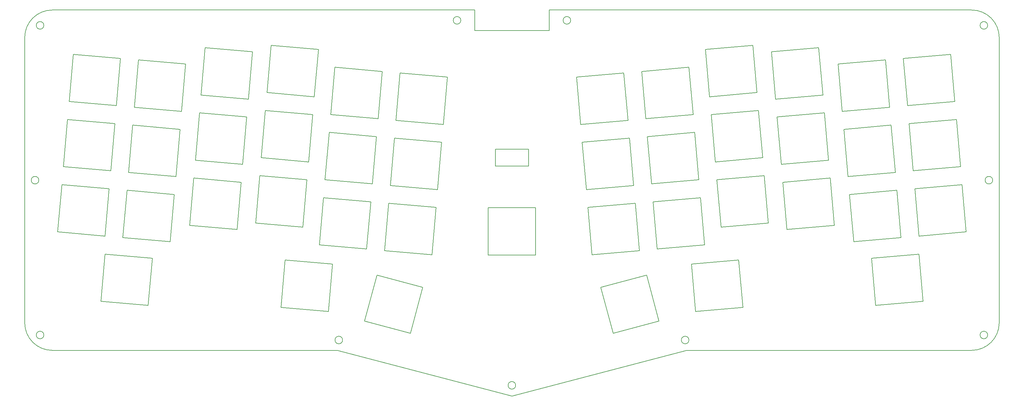
<source format=gbr>
G04 #@! TF.GenerationSoftware,KiCad,Pcbnew,(5.1.0)-1*
G04 #@! TF.CreationDate,2019-06-28T01:07:09+08:00*
G04 #@! TF.ProjectId,Kamaitachi_TopPlate,4b616d61-6974-4616-9368-695f546f7050,rev?*
G04 #@! TF.SameCoordinates,Original*
G04 #@! TF.FileFunction,Profile,NP*
%FSLAX46Y46*%
G04 Gerber Fmt 4.6, Leading zero omitted, Abs format (unit mm)*
G04 Created by KiCad (PCBNEW (5.1.0)-1) date 2019-06-28 01:07:09*
%MOMM*%
%LPD*%
G04 APERTURE LIST*
%ADD10C,0.200000*%
G04 APERTURE END LIST*
D10*
X104019646Y-129110639D02*
X21001095Y-129110639D01*
X159645295Y-75484639D02*
X159645295Y-70572639D01*
X58659295Y-59546639D02*
X44893895Y-58342639D01*
X24256095Y-75659639D02*
X25460395Y-61894639D01*
X13001095Y-38044337D02*
G75*
G02X21001095Y-30044339I7999999J-1D01*
G01*
X293249828Y-34508805D02*
G75*
G03X293249828Y-34508805I-1100000J0D01*
G01*
X171895795Y-33044339D02*
G75*
G03X171895795Y-33044339I-1100000J0D01*
G01*
X296614295Y-38044339D02*
X296614295Y-121110639D01*
X288614295Y-129110639D02*
X205596166Y-129110639D01*
X40885695Y-44121639D02*
X39681395Y-57886639D01*
X154781505Y-142404782D02*
X104019646Y-129110639D01*
X13001094Y-121110639D02*
X13001094Y-38044339D01*
X38021095Y-76863639D02*
X24256095Y-75659639D01*
X39225395Y-63098639D02*
X38021095Y-76863639D01*
X165614295Y-30044339D02*
X165614295Y-36044339D01*
X144001095Y-30044339D02*
X144001095Y-36044339D01*
X149970295Y-75484639D02*
X159645295Y-75484639D01*
X159645295Y-70572639D02*
X149970295Y-70572639D01*
X27120695Y-42917639D02*
X40885695Y-44121639D01*
X44893895Y-58342639D02*
X46098195Y-44577639D01*
X139919696Y-33044339D02*
G75*
G03X139919696Y-33044339I-1100000J0D01*
G01*
X21001095Y-30044339D02*
X144001095Y-30044339D01*
X149970295Y-70572639D02*
X149970295Y-75484639D01*
X39681395Y-57886639D02*
X25916395Y-56682639D01*
X18565561Y-34508805D02*
G75*
G03X18565561Y-34508805I-1100000J0D01*
G01*
X46098195Y-44577639D02*
X59863295Y-45781639D01*
X144001095Y-36044339D02*
X165614295Y-36044339D01*
X25916395Y-56682639D02*
X27120695Y-42917639D01*
X296614296Y-121110638D02*
G75*
G02X288614295Y-129110639I-8000001J0D01*
G01*
X165614295Y-30044339D02*
X288614295Y-30044339D01*
X21001095Y-129110639D02*
G75*
G02X13001095Y-121110639I0J8000000D01*
G01*
X59863295Y-45781639D02*
X58659295Y-59546639D01*
X288614295Y-30044339D02*
G75*
G02X296614295Y-38044339I0J-8000000D01*
G01*
X205596166Y-129110639D02*
X154781505Y-142404782D01*
X74772295Y-93943639D02*
X61007295Y-92738639D01*
X80192295Y-92027639D02*
X81396294Y-78262639D01*
X25460395Y-61894639D02*
X39225395Y-63098639D01*
X50138295Y-102299639D02*
X48934295Y-116064639D01*
X35169095Y-114859639D02*
X36373395Y-101094639D01*
X58203295Y-64759639D02*
X56998295Y-78524639D01*
X44437995Y-63554639D02*
X58203295Y-64759639D01*
X43233695Y-77319639D02*
X44437995Y-63554639D01*
X61007295Y-92738639D02*
X62211295Y-78973639D01*
X41573295Y-96297639D02*
X42777595Y-82532639D01*
X56998295Y-78524639D02*
X43233695Y-77319639D01*
X22595795Y-94637639D02*
X23800095Y-80872639D01*
X23800095Y-80872639D02*
X37565095Y-82076639D01*
X36360795Y-95841638D02*
X22595795Y-94637639D01*
X37565095Y-82076639D02*
X36360795Y-95841638D01*
X55338295Y-97501639D02*
X41573295Y-96297639D01*
X48934295Y-116064639D02*
X35169095Y-114859639D01*
X62211295Y-78973639D02*
X75976295Y-80178639D01*
X93957295Y-93231639D02*
X80192295Y-92027639D01*
X56542295Y-83736639D02*
X55338295Y-97501639D01*
X42777595Y-82532639D02*
X56542295Y-83736639D01*
X36373395Y-101094639D02*
X50138295Y-102299639D01*
X75976295Y-80178639D02*
X74772295Y-93943639D01*
X83057294Y-59284639D02*
X96822295Y-60488639D01*
X98482295Y-41511639D02*
X97278295Y-55276639D01*
X102575295Y-104018638D02*
X101371295Y-117783639D01*
X84717295Y-40307639D02*
X98482295Y-41511639D01*
X65532295Y-41018639D02*
X79297294Y-42223639D01*
X83513295Y-54072639D02*
X84717295Y-40307639D01*
X101371295Y-117783639D02*
X87605295Y-116579639D01*
X95161295Y-79466638D02*
X93957295Y-93231639D01*
X81852295Y-73049639D02*
X83057294Y-59284639D01*
X64328295Y-54783639D02*
X65532295Y-41018639D01*
X79297294Y-42223639D02*
X78093295Y-55988639D01*
X97278295Y-55276639D02*
X83513295Y-54072639D01*
X87605295Y-116579639D02*
X88810295Y-102814639D01*
X62667295Y-73761639D02*
X63872295Y-59996639D01*
X81396294Y-78262639D02*
X95161295Y-79466638D01*
X76432294Y-74965638D02*
X62667295Y-73761639D01*
X88810295Y-102814639D02*
X102575295Y-104018638D01*
X77637295Y-61200639D02*
X76432294Y-74965638D01*
X63872295Y-59996639D02*
X77637295Y-61200639D01*
X115507295Y-107224639D02*
X128853295Y-110800639D01*
X95617294Y-74253639D02*
X81852295Y-73049639D01*
X78093295Y-55988639D02*
X64328295Y-54783639D01*
X96822295Y-60488639D02*
X95617294Y-74253639D01*
X113724294Y-85871639D02*
X112520295Y-99636639D01*
X102075295Y-60476639D02*
X103279295Y-46711639D01*
X111930295Y-120571639D02*
X115507295Y-107224639D01*
X125277295Y-124147639D02*
X111930295Y-120571639D01*
X114180295Y-80658639D02*
X100415295Y-79454639D01*
X134362295Y-68553639D02*
X133157295Y-82318639D01*
X117044295Y-47915639D02*
X115840295Y-61681639D01*
X101619295Y-65689639D02*
X115384294Y-66893639D01*
X100415295Y-79454639D02*
X101619295Y-65689639D01*
X115384294Y-66893639D02*
X114180295Y-80658639D01*
X115840295Y-61681639D02*
X102075295Y-60476639D01*
X133157295Y-82318639D02*
X119392295Y-81114639D01*
X128853295Y-110800639D02*
X125277295Y-124147639D01*
X117732295Y-100092639D02*
X118936295Y-86327639D01*
X131497295Y-101296639D02*
X117732295Y-100092639D01*
X118936295Y-86327639D02*
X132701295Y-87531638D01*
X132701295Y-87531638D02*
X131497295Y-101296639D01*
X98755295Y-98431639D02*
X99959295Y-84666639D01*
X99959295Y-84666639D02*
X113724294Y-85871639D01*
X103279295Y-46711639D02*
X117044295Y-47915639D01*
X112520295Y-99636639D02*
X98755295Y-98431639D01*
X119392295Y-81114639D02*
X120597295Y-67349639D01*
X120597295Y-67349639D02*
X134362295Y-68553639D01*
X173592295Y-49576639D02*
X187357295Y-48372639D01*
X207539295Y-60476639D02*
X193774295Y-61681639D01*
X195434295Y-80658639D02*
X194230295Y-66893639D01*
X121053295Y-62137639D02*
X122257295Y-48372639D01*
X134818295Y-63341639D02*
X121053295Y-62137639D01*
X174796295Y-63341639D02*
X173592295Y-49576639D01*
X136022295Y-49576639D02*
X134818295Y-63341639D01*
X122257295Y-48372639D02*
X136022295Y-49576639D01*
X147898295Y-101368639D02*
X147898295Y-87551639D01*
X187357295Y-48372639D02*
X188561295Y-62137639D01*
X192570295Y-47915639D02*
X206335295Y-46711639D01*
X207995295Y-65689639D02*
X209199294Y-79454639D01*
X193774295Y-61681639D02*
X192570295Y-47915639D01*
X161716295Y-101368639D02*
X147898295Y-101368639D01*
X176457295Y-82318639D02*
X175253295Y-68553639D01*
X175253295Y-68553639D02*
X189018295Y-67349639D01*
X161716295Y-87551639D02*
X161716295Y-101368639D01*
X147898295Y-87551639D02*
X161716295Y-87551639D01*
X189018295Y-67349639D02*
X190222295Y-81114639D01*
X188561295Y-62137639D02*
X174796295Y-63341639D01*
X206335295Y-46711639D02*
X207539295Y-60476639D01*
X209199294Y-79454639D02*
X195434295Y-80658639D01*
X190222295Y-81114639D02*
X176457295Y-82318639D01*
X176913295Y-87531638D02*
X190678295Y-86327639D01*
X213997295Y-74253639D02*
X212792295Y-60488639D01*
X210860294Y-98431639D02*
X197095295Y-99636639D01*
X208244295Y-117783639D02*
X207039295Y-104018638D01*
X227762295Y-73049639D02*
X213997295Y-74253639D01*
X194230295Y-66893639D02*
X207995295Y-65689639D01*
X178117295Y-101296639D02*
X176913295Y-87531638D01*
X207039295Y-104018638D02*
X220804295Y-102814639D01*
X191882295Y-100092639D02*
X178117295Y-101296639D01*
X194030295Y-107231639D02*
X197606295Y-120577639D01*
X184260295Y-124154639D02*
X180683295Y-110807639D01*
X215657295Y-93231639D02*
X214453295Y-79466638D01*
X220804295Y-102814639D02*
X222009295Y-116579639D01*
X190678295Y-86327639D02*
X191882295Y-100092639D01*
X197095295Y-99636639D02*
X195890295Y-85871639D01*
X228218295Y-78262639D02*
X229422295Y-92027639D01*
X197606295Y-120577639D02*
X184260295Y-124154639D01*
X222009295Y-116579639D02*
X208244295Y-117783639D01*
X209655295Y-84666639D02*
X210860294Y-98431639D01*
X180683295Y-110807639D02*
X194030295Y-107231639D01*
X214453295Y-79466638D02*
X228218295Y-78262639D01*
X195890295Y-85871639D02*
X209655295Y-84666639D01*
X229422295Y-92027639D02*
X215657295Y-93231639D01*
X274446295Y-114859639D02*
X260681295Y-116064639D01*
X233182295Y-74965638D02*
X231977295Y-61200639D01*
X246947295Y-73761639D02*
X233182295Y-74965638D01*
X273242295Y-101094639D02*
X274446295Y-114859639D01*
X231977295Y-61200639D02*
X245743295Y-59996639D01*
X245286294Y-54783639D02*
X231521295Y-55988639D01*
X260681295Y-116064639D02*
X259477295Y-102299639D01*
X273254295Y-95841638D02*
X272049295Y-82076639D01*
X259477295Y-102299639D02*
X273242295Y-101094639D01*
X226557295Y-59284639D02*
X227762295Y-73049639D01*
X231521295Y-55988639D02*
X230317295Y-42223639D01*
X244082295Y-41018639D02*
X245286294Y-54783639D01*
X212792295Y-60488639D02*
X226557295Y-59284639D01*
X212336294Y-55276639D02*
X211132295Y-41511639D01*
X230317295Y-42223639D02*
X244082295Y-41018639D01*
X211132295Y-41511639D02*
X224897295Y-40307639D01*
X234842295Y-93943639D02*
X233638295Y-80178639D01*
X226101294Y-54072639D02*
X212336294Y-55276639D01*
X245743295Y-59996639D02*
X246947295Y-73761639D01*
X224897295Y-40307639D02*
X226101294Y-54072639D01*
X248607295Y-92738639D02*
X234842295Y-93943639D01*
X247403295Y-78973639D02*
X248607295Y-92738639D01*
X233638295Y-80178639D02*
X247403295Y-78973639D01*
X263516295Y-44577639D02*
X264721294Y-58342639D01*
X264721294Y-58342639D02*
X250956295Y-59546639D01*
X285358295Y-75659639D02*
X271593295Y-76863639D01*
X272049295Y-82076639D02*
X285814295Y-80872639D01*
X266381295Y-77319639D02*
X252616295Y-78524639D01*
X265177295Y-63554639D02*
X266381295Y-77319639D01*
X254276295Y-97501639D02*
X253072295Y-83736639D01*
X268041295Y-96297639D02*
X254276295Y-97501639D01*
X253072295Y-83736639D02*
X266837295Y-82532639D01*
X271593295Y-76863639D02*
X270389295Y-63098639D01*
X284154294Y-61894639D02*
X285358295Y-75659639D01*
X252616295Y-78524639D02*
X251412295Y-64759639D01*
X282494295Y-42917639D02*
X283698295Y-56682639D01*
X283698295Y-56682639D02*
X269933295Y-57886639D01*
X268729295Y-44121639D02*
X282494295Y-42917639D01*
X287019295Y-94637639D02*
X273254295Y-95841638D01*
X285814295Y-80872639D02*
X287019295Y-94637639D01*
X266837295Y-82532639D02*
X268041295Y-96297639D01*
X270389295Y-63098639D02*
X284154294Y-61894639D01*
X251412295Y-64759639D02*
X265177295Y-63554639D01*
X249751295Y-45781639D02*
X263516295Y-44577639D01*
X269933295Y-57886639D02*
X268729295Y-44121639D01*
X250956295Y-59546639D02*
X249751295Y-45781639D01*
X17101094Y-79577489D02*
G75*
G03X17101094Y-79577489I-1099999J0D01*
G01*
X105505970Y-126110639D02*
G75*
G03X105505970Y-126110639I-1100000J0D01*
G01*
X18565561Y-124646172D02*
G75*
G03X18565561Y-124646172I-1100000J0D01*
G01*
X293249828Y-124646172D02*
G75*
G03X293249828Y-124646172I-1100000J0D01*
G01*
X206310230Y-126110639D02*
G75*
G03X206310230Y-126110639I-1100000J0D01*
G01*
X294714295Y-79577489D02*
G75*
G03X294714295Y-79577489I-1100000J0D01*
G01*
X155881900Y-139303710D02*
G75*
G03X155881900Y-139303710I-1100000J0D01*
G01*
M02*

</source>
